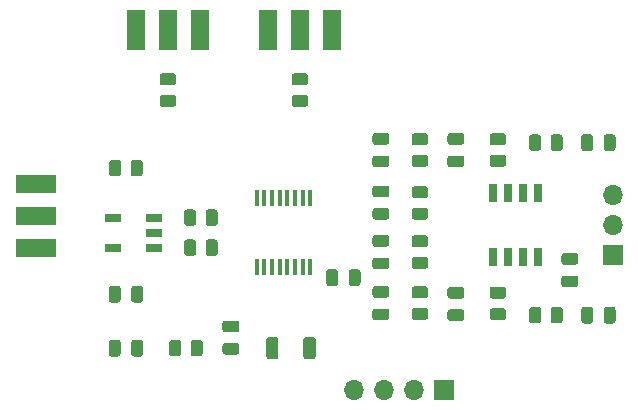
<source format=gbr>
%TF.GenerationSoftware,KiCad,Pcbnew,5.1.9-5.1.9*%
%TF.CreationDate,2021-02-06T15:34:09+03:00*%
%TF.ProjectId,qddc,71646463-2e6b-4696-9361-645f70636258,rev?*%
%TF.SameCoordinates,Original*%
%TF.FileFunction,Soldermask,Top*%
%TF.FilePolarity,Negative*%
%FSLAX46Y46*%
G04 Gerber Fmt 4.6, Leading zero omitted, Abs format (unit mm)*
G04 Created by KiCad (PCBNEW 5.1.9-5.1.9) date 2021-02-06 15:34:09*
%MOMM*%
%LPD*%
G01*
G04 APERTURE LIST*
%ADD10R,1.500000X3.500000*%
%ADD11R,3.500000X1.500000*%
%ADD12O,1.700000X1.700000*%
%ADD13R,1.700000X1.700000*%
%ADD14R,0.650000X1.528000*%
%ADD15R,0.450000X1.450000*%
%ADD16R,1.400000X0.760000*%
G04 APERTURE END LIST*
D10*
%TO.C,Cos*%
X123792000Y-88900000D03*
X129192000Y-88900000D03*
X126492000Y-88900000D03*
%TD*%
%TO.C,Sin*%
X112616000Y-88900000D03*
X118016000Y-88900000D03*
X115316000Y-88900000D03*
%TD*%
D11*
%TO.C,RF*%
X104140000Y-107348000D03*
X104140000Y-101948000D03*
X104140000Y-104648000D03*
%TD*%
D12*
%TO.C,Out*%
X153035000Y-102870000D03*
X153035000Y-105410000D03*
D13*
X153035000Y-107950000D03*
%TD*%
%TO.C,C5*%
G36*
G01*
X133825000Y-100510000D02*
X132875000Y-100510000D01*
G75*
G02*
X132625000Y-100260000I0J250000D01*
G01*
X132625000Y-99760000D01*
G75*
G02*
X132875000Y-99510000I250000J0D01*
G01*
X133825000Y-99510000D01*
G75*
G02*
X134075000Y-99760000I0J-250000D01*
G01*
X134075000Y-100260000D01*
G75*
G02*
X133825000Y-100510000I-250000J0D01*
G01*
G37*
G36*
G01*
X133825000Y-98610000D02*
X132875000Y-98610000D01*
G75*
G02*
X132625000Y-98360000I0J250000D01*
G01*
X132625000Y-97860000D01*
G75*
G02*
X132875000Y-97610000I250000J0D01*
G01*
X133825000Y-97610000D01*
G75*
G02*
X134075000Y-97860000I0J-250000D01*
G01*
X134075000Y-98360000D01*
G75*
G02*
X133825000Y-98610000I-250000J0D01*
G01*
G37*
%TD*%
D14*
%TO.C,IC2*%
X146685000Y-102699000D03*
X145415000Y-102699000D03*
X144145000Y-102699000D03*
X142875000Y-102699000D03*
X142875000Y-108121000D03*
X144145000Y-108121000D03*
X145415000Y-108121000D03*
X146685000Y-108121000D03*
%TD*%
%TO.C,C1*%
G36*
G01*
X113210000Y-110777000D02*
X113210000Y-111727000D01*
G75*
G02*
X112960000Y-111977000I-250000J0D01*
G01*
X112460000Y-111977000D01*
G75*
G02*
X112210000Y-111727000I0J250000D01*
G01*
X112210000Y-110777000D01*
G75*
G02*
X112460000Y-110527000I250000J0D01*
G01*
X112960000Y-110527000D01*
G75*
G02*
X113210000Y-110777000I0J-250000D01*
G01*
G37*
G36*
G01*
X111310000Y-110777000D02*
X111310000Y-111727000D01*
G75*
G02*
X111060000Y-111977000I-250000J0D01*
G01*
X110560000Y-111977000D01*
G75*
G02*
X110310000Y-111727000I0J250000D01*
G01*
X110310000Y-110777000D01*
G75*
G02*
X110560000Y-110527000I250000J0D01*
G01*
X111060000Y-110527000D01*
G75*
G02*
X111310000Y-110777000I0J-250000D01*
G01*
G37*
%TD*%
%TO.C,C2*%
G36*
G01*
X111310000Y-115349000D02*
X111310000Y-116299000D01*
G75*
G02*
X111060000Y-116549000I-250000J0D01*
G01*
X110560000Y-116549000D01*
G75*
G02*
X110310000Y-116299000I0J250000D01*
G01*
X110310000Y-115349000D01*
G75*
G02*
X110560000Y-115099000I250000J0D01*
G01*
X111060000Y-115099000D01*
G75*
G02*
X111310000Y-115349000I0J-250000D01*
G01*
G37*
G36*
G01*
X113210000Y-115349000D02*
X113210000Y-116299000D01*
G75*
G02*
X112960000Y-116549000I-250000J0D01*
G01*
X112460000Y-116549000D01*
G75*
G02*
X112210000Y-116299000I0J250000D01*
G01*
X112210000Y-115349000D01*
G75*
G02*
X112460000Y-115099000I250000J0D01*
G01*
X112960000Y-115099000D01*
G75*
G02*
X113210000Y-115349000I0J-250000D01*
G01*
G37*
%TD*%
%TO.C,C3*%
G36*
G01*
X121125000Y-114485000D02*
X120175000Y-114485000D01*
G75*
G02*
X119925000Y-114235000I0J250000D01*
G01*
X119925000Y-113735000D01*
G75*
G02*
X120175000Y-113485000I250000J0D01*
G01*
X121125000Y-113485000D01*
G75*
G02*
X121375000Y-113735000I0J-250000D01*
G01*
X121375000Y-114235000D01*
G75*
G02*
X121125000Y-114485000I-250000J0D01*
G01*
G37*
G36*
G01*
X121125000Y-116385000D02*
X120175000Y-116385000D01*
G75*
G02*
X119925000Y-116135000I0J250000D01*
G01*
X119925000Y-115635000D01*
G75*
G02*
X120175000Y-115385000I250000J0D01*
G01*
X121125000Y-115385000D01*
G75*
G02*
X121375000Y-115635000I0J-250000D01*
G01*
X121375000Y-116135000D01*
G75*
G02*
X121125000Y-116385000I-250000J0D01*
G01*
G37*
%TD*%
%TO.C,C4*%
G36*
G01*
X129725000Y-109380000D02*
X129725000Y-110330000D01*
G75*
G02*
X129475000Y-110580000I-250000J0D01*
G01*
X128975000Y-110580000D01*
G75*
G02*
X128725000Y-110330000I0J250000D01*
G01*
X128725000Y-109380000D01*
G75*
G02*
X128975000Y-109130000I250000J0D01*
G01*
X129475000Y-109130000D01*
G75*
G02*
X129725000Y-109380000I0J-250000D01*
G01*
G37*
G36*
G01*
X131625000Y-109380000D02*
X131625000Y-110330000D01*
G75*
G02*
X131375000Y-110580000I-250000J0D01*
G01*
X130875000Y-110580000D01*
G75*
G02*
X130625000Y-110330000I0J250000D01*
G01*
X130625000Y-109380000D01*
G75*
G02*
X130875000Y-109130000I250000J0D01*
G01*
X131375000Y-109130000D01*
G75*
G02*
X131625000Y-109380000I0J-250000D01*
G01*
G37*
%TD*%
%TO.C,C6*%
G36*
G01*
X133825000Y-113464000D02*
X132875000Y-113464000D01*
G75*
G02*
X132625000Y-113214000I0J250000D01*
G01*
X132625000Y-112714000D01*
G75*
G02*
X132875000Y-112464000I250000J0D01*
G01*
X133825000Y-112464000D01*
G75*
G02*
X134075000Y-112714000I0J-250000D01*
G01*
X134075000Y-113214000D01*
G75*
G02*
X133825000Y-113464000I-250000J0D01*
G01*
G37*
G36*
G01*
X133825000Y-111564000D02*
X132875000Y-111564000D01*
G75*
G02*
X132625000Y-111314000I0J250000D01*
G01*
X132625000Y-110814000D01*
G75*
G02*
X132875000Y-110564000I250000J0D01*
G01*
X133825000Y-110564000D01*
G75*
G02*
X134075000Y-110814000I0J-250000D01*
G01*
X134075000Y-111314000D01*
G75*
G02*
X133825000Y-111564000I-250000J0D01*
G01*
G37*
%TD*%
%TO.C,C7*%
G36*
G01*
X133825000Y-103055000D02*
X132875000Y-103055000D01*
G75*
G02*
X132625000Y-102805000I0J250000D01*
G01*
X132625000Y-102305000D01*
G75*
G02*
X132875000Y-102055000I250000J0D01*
G01*
X133825000Y-102055000D01*
G75*
G02*
X134075000Y-102305000I0J-250000D01*
G01*
X134075000Y-102805000D01*
G75*
G02*
X133825000Y-103055000I-250000J0D01*
G01*
G37*
G36*
G01*
X133825000Y-104955000D02*
X132875000Y-104955000D01*
G75*
G02*
X132625000Y-104705000I0J250000D01*
G01*
X132625000Y-104205000D01*
G75*
G02*
X132875000Y-103955000I250000J0D01*
G01*
X133825000Y-103955000D01*
G75*
G02*
X134075000Y-104205000I0J-250000D01*
G01*
X134075000Y-104705000D01*
G75*
G02*
X133825000Y-104955000I-250000J0D01*
G01*
G37*
%TD*%
%TO.C,C8*%
G36*
G01*
X133825000Y-109146000D02*
X132875000Y-109146000D01*
G75*
G02*
X132625000Y-108896000I0J250000D01*
G01*
X132625000Y-108396000D01*
G75*
G02*
X132875000Y-108146000I250000J0D01*
G01*
X133825000Y-108146000D01*
G75*
G02*
X134075000Y-108396000I0J-250000D01*
G01*
X134075000Y-108896000D01*
G75*
G02*
X133825000Y-109146000I-250000J0D01*
G01*
G37*
G36*
G01*
X133825000Y-107246000D02*
X132875000Y-107246000D01*
G75*
G02*
X132625000Y-106996000I0J250000D01*
G01*
X132625000Y-106496000D01*
G75*
G02*
X132875000Y-106246000I250000J0D01*
G01*
X133825000Y-106246000D01*
G75*
G02*
X134075000Y-106496000I0J-250000D01*
G01*
X134075000Y-106996000D01*
G75*
G02*
X133825000Y-107246000I-250000J0D01*
G01*
G37*
%TD*%
%TO.C,C9*%
G36*
G01*
X139225000Y-97610000D02*
X140175000Y-97610000D01*
G75*
G02*
X140425000Y-97860000I0J-250000D01*
G01*
X140425000Y-98360000D01*
G75*
G02*
X140175000Y-98610000I-250000J0D01*
G01*
X139225000Y-98610000D01*
G75*
G02*
X138975000Y-98360000I0J250000D01*
G01*
X138975000Y-97860000D01*
G75*
G02*
X139225000Y-97610000I250000J0D01*
G01*
G37*
G36*
G01*
X139225000Y-99510000D02*
X140175000Y-99510000D01*
G75*
G02*
X140425000Y-99760000I0J-250000D01*
G01*
X140425000Y-100260000D01*
G75*
G02*
X140175000Y-100510000I-250000J0D01*
G01*
X139225000Y-100510000D01*
G75*
G02*
X138975000Y-100260000I0J250000D01*
G01*
X138975000Y-99760000D01*
G75*
G02*
X139225000Y-99510000I250000J0D01*
G01*
G37*
%TD*%
%TO.C,C10*%
G36*
G01*
X139225000Y-112525000D02*
X140175000Y-112525000D01*
G75*
G02*
X140425000Y-112775000I0J-250000D01*
G01*
X140425000Y-113275000D01*
G75*
G02*
X140175000Y-113525000I-250000J0D01*
G01*
X139225000Y-113525000D01*
G75*
G02*
X138975000Y-113275000I0J250000D01*
G01*
X138975000Y-112775000D01*
G75*
G02*
X139225000Y-112525000I250000J0D01*
G01*
G37*
G36*
G01*
X139225000Y-110625000D02*
X140175000Y-110625000D01*
G75*
G02*
X140425000Y-110875000I0J-250000D01*
G01*
X140425000Y-111375000D01*
G75*
G02*
X140175000Y-111625000I-250000J0D01*
G01*
X139225000Y-111625000D01*
G75*
G02*
X138975000Y-111375000I0J250000D01*
G01*
X138975000Y-110875000D01*
G75*
G02*
X139225000Y-110625000I250000J0D01*
G01*
G37*
%TD*%
%TO.C,C11*%
G36*
G01*
X149827000Y-110670000D02*
X148877000Y-110670000D01*
G75*
G02*
X148627000Y-110420000I0J250000D01*
G01*
X148627000Y-109920000D01*
G75*
G02*
X148877000Y-109670000I250000J0D01*
G01*
X149827000Y-109670000D01*
G75*
G02*
X150077000Y-109920000I0J-250000D01*
G01*
X150077000Y-110420000D01*
G75*
G02*
X149827000Y-110670000I-250000J0D01*
G01*
G37*
G36*
G01*
X149827000Y-108770000D02*
X148877000Y-108770000D01*
G75*
G02*
X148627000Y-108520000I0J250000D01*
G01*
X148627000Y-108020000D01*
G75*
G02*
X148877000Y-107770000I250000J0D01*
G01*
X149827000Y-107770000D01*
G75*
G02*
X150077000Y-108020000I0J-250000D01*
G01*
X150077000Y-108520000D01*
G75*
G02*
X149827000Y-108770000I-250000J0D01*
G01*
G37*
%TD*%
%TO.C,C12*%
G36*
G01*
X151315000Y-97950000D02*
X151315000Y-98900000D01*
G75*
G02*
X151065000Y-99150000I-250000J0D01*
G01*
X150565000Y-99150000D01*
G75*
G02*
X150315000Y-98900000I0J250000D01*
G01*
X150315000Y-97950000D01*
G75*
G02*
X150565000Y-97700000I250000J0D01*
G01*
X151065000Y-97700000D01*
G75*
G02*
X151315000Y-97950000I0J-250000D01*
G01*
G37*
G36*
G01*
X153215000Y-97950000D02*
X153215000Y-98900000D01*
G75*
G02*
X152965000Y-99150000I-250000J0D01*
G01*
X152465000Y-99150000D01*
G75*
G02*
X152215000Y-98900000I0J250000D01*
G01*
X152215000Y-97950000D01*
G75*
G02*
X152465000Y-97700000I250000J0D01*
G01*
X152965000Y-97700000D01*
G75*
G02*
X153215000Y-97950000I0J-250000D01*
G01*
G37*
%TD*%
%TO.C,C13*%
G36*
G01*
X153215000Y-112555000D02*
X153215000Y-113505000D01*
G75*
G02*
X152965000Y-113755000I-250000J0D01*
G01*
X152465000Y-113755000D01*
G75*
G02*
X152215000Y-113505000I0J250000D01*
G01*
X152215000Y-112555000D01*
G75*
G02*
X152465000Y-112305000I250000J0D01*
G01*
X152965000Y-112305000D01*
G75*
G02*
X153215000Y-112555000I0J-250000D01*
G01*
G37*
G36*
G01*
X151315000Y-112555000D02*
X151315000Y-113505000D01*
G75*
G02*
X151065000Y-113755000I-250000J0D01*
G01*
X150565000Y-113755000D01*
G75*
G02*
X150315000Y-113505000I0J250000D01*
G01*
X150315000Y-112555000D01*
G75*
G02*
X150565000Y-112305000I250000J0D01*
G01*
X151065000Y-112305000D01*
G75*
G02*
X151315000Y-112555000I0J-250000D01*
G01*
G37*
%TD*%
D15*
%TO.C,IC1*%
X127370000Y-103120000D03*
X126720000Y-103120000D03*
X126070000Y-103120000D03*
X125420000Y-103120000D03*
X124770000Y-103120000D03*
X124120000Y-103120000D03*
X123470000Y-103120000D03*
X122820000Y-103120000D03*
X122820000Y-108970000D03*
X123470000Y-108970000D03*
X124120000Y-108970000D03*
X124770000Y-108970000D03*
X125420000Y-108970000D03*
X126070000Y-108970000D03*
X126720000Y-108970000D03*
X127370000Y-108970000D03*
%TD*%
D13*
%TO.C,PWR*%
X138684000Y-119380000D03*
D12*
X136144000Y-119380000D03*
X133604000Y-119380000D03*
X131064000Y-119380000D03*
%TD*%
%TO.C,L1*%
G36*
G01*
X123630000Y-116524001D02*
X123630000Y-115123999D01*
G75*
G02*
X123879999Y-114874000I249999J0D01*
G01*
X124430001Y-114874000D01*
G75*
G02*
X124680000Y-115123999I0J-249999D01*
G01*
X124680000Y-116524001D01*
G75*
G02*
X124430001Y-116774000I-249999J0D01*
G01*
X123879999Y-116774000D01*
G75*
G02*
X123630000Y-116524001I0J249999D01*
G01*
G37*
G36*
G01*
X126780000Y-116524001D02*
X126780000Y-115123999D01*
G75*
G02*
X127029999Y-114874000I249999J0D01*
G01*
X127580001Y-114874000D01*
G75*
G02*
X127830000Y-115123999I0J-249999D01*
G01*
X127830000Y-116524001D01*
G75*
G02*
X127580001Y-116774000I-249999J0D01*
G01*
X127029999Y-116774000D01*
G75*
G02*
X126780000Y-116524001I0J249999D01*
G01*
G37*
%TD*%
%TO.C,R1*%
G36*
G01*
X126942002Y-93580000D02*
X126041998Y-93580000D01*
G75*
G02*
X125792000Y-93330002I0J249998D01*
G01*
X125792000Y-92804998D01*
G75*
G02*
X126041998Y-92555000I249998J0D01*
G01*
X126942002Y-92555000D01*
G75*
G02*
X127192000Y-92804998I0J-249998D01*
G01*
X127192000Y-93330002D01*
G75*
G02*
X126942002Y-93580000I-249998J0D01*
G01*
G37*
G36*
G01*
X126942002Y-95405000D02*
X126041998Y-95405000D01*
G75*
G02*
X125792000Y-95155002I0J249998D01*
G01*
X125792000Y-94629998D01*
G75*
G02*
X126041998Y-94380000I249998J0D01*
G01*
X126942002Y-94380000D01*
G75*
G02*
X127192000Y-94629998I0J-249998D01*
G01*
X127192000Y-95155002D01*
G75*
G02*
X126942002Y-95405000I-249998J0D01*
G01*
G37*
%TD*%
%TO.C,R2*%
G36*
G01*
X115766002Y-95405000D02*
X114865998Y-95405000D01*
G75*
G02*
X114616000Y-95155002I0J249998D01*
G01*
X114616000Y-94629998D01*
G75*
G02*
X114865998Y-94380000I249998J0D01*
G01*
X115766002Y-94380000D01*
G75*
G02*
X116016000Y-94629998I0J-249998D01*
G01*
X116016000Y-95155002D01*
G75*
G02*
X115766002Y-95405000I-249998J0D01*
G01*
G37*
G36*
G01*
X115766002Y-93580000D02*
X114865998Y-93580000D01*
G75*
G02*
X114616000Y-93330002I0J249998D01*
G01*
X114616000Y-92804998D01*
G75*
G02*
X114865998Y-92555000I249998J0D01*
G01*
X115766002Y-92555000D01*
G75*
G02*
X116016000Y-92804998I0J-249998D01*
G01*
X116016000Y-93330002D01*
G75*
G02*
X115766002Y-93580000I-249998J0D01*
G01*
G37*
%TD*%
%TO.C,R3*%
G36*
G01*
X119535000Y-104324998D02*
X119535000Y-105225002D01*
G75*
G02*
X119285002Y-105475000I-249998J0D01*
G01*
X118759998Y-105475000D01*
G75*
G02*
X118510000Y-105225002I0J249998D01*
G01*
X118510000Y-104324998D01*
G75*
G02*
X118759998Y-104075000I249998J0D01*
G01*
X119285002Y-104075000D01*
G75*
G02*
X119535000Y-104324998I0J-249998D01*
G01*
G37*
G36*
G01*
X117710000Y-104324998D02*
X117710000Y-105225002D01*
G75*
G02*
X117460002Y-105475000I-249998J0D01*
G01*
X116934998Y-105475000D01*
G75*
G02*
X116685000Y-105225002I0J249998D01*
G01*
X116685000Y-104324998D01*
G75*
G02*
X116934998Y-104075000I249998J0D01*
G01*
X117460002Y-104075000D01*
G75*
G02*
X117710000Y-104324998I0J-249998D01*
G01*
G37*
%TD*%
%TO.C,R4*%
G36*
G01*
X117710000Y-106864998D02*
X117710000Y-107765002D01*
G75*
G02*
X117460002Y-108015000I-249998J0D01*
G01*
X116934998Y-108015000D01*
G75*
G02*
X116685000Y-107765002I0J249998D01*
G01*
X116685000Y-106864998D01*
G75*
G02*
X116934998Y-106615000I249998J0D01*
G01*
X117460002Y-106615000D01*
G75*
G02*
X117710000Y-106864998I0J-249998D01*
G01*
G37*
G36*
G01*
X119535000Y-106864998D02*
X119535000Y-107765002D01*
G75*
G02*
X119285002Y-108015000I-249998J0D01*
G01*
X118759998Y-108015000D01*
G75*
G02*
X118510000Y-107765002I0J249998D01*
G01*
X118510000Y-106864998D01*
G75*
G02*
X118759998Y-106615000I249998J0D01*
G01*
X119285002Y-106615000D01*
G75*
G02*
X119535000Y-106864998I0J-249998D01*
G01*
G37*
%TD*%
%TO.C,R5*%
G36*
G01*
X116440000Y-115373998D02*
X116440000Y-116274002D01*
G75*
G02*
X116190002Y-116524000I-249998J0D01*
G01*
X115664998Y-116524000D01*
G75*
G02*
X115415000Y-116274002I0J249998D01*
G01*
X115415000Y-115373998D01*
G75*
G02*
X115664998Y-115124000I249998J0D01*
G01*
X116190002Y-115124000D01*
G75*
G02*
X116440000Y-115373998I0J-249998D01*
G01*
G37*
G36*
G01*
X118265000Y-115373998D02*
X118265000Y-116274002D01*
G75*
G02*
X118015002Y-116524000I-249998J0D01*
G01*
X117489998Y-116524000D01*
G75*
G02*
X117240000Y-116274002I0J249998D01*
G01*
X117240000Y-115373998D01*
G75*
G02*
X117489998Y-115124000I249998J0D01*
G01*
X118015002Y-115124000D01*
G75*
G02*
X118265000Y-115373998I0J-249998D01*
G01*
G37*
%TD*%
%TO.C,R6*%
G36*
G01*
X113185000Y-100133998D02*
X113185000Y-101034002D01*
G75*
G02*
X112935002Y-101284000I-249998J0D01*
G01*
X112409998Y-101284000D01*
G75*
G02*
X112160000Y-101034002I0J249998D01*
G01*
X112160000Y-100133998D01*
G75*
G02*
X112409998Y-99884000I249998J0D01*
G01*
X112935002Y-99884000D01*
G75*
G02*
X113185000Y-100133998I0J-249998D01*
G01*
G37*
G36*
G01*
X111360000Y-100133998D02*
X111360000Y-101034002D01*
G75*
G02*
X111110002Y-101284000I-249998J0D01*
G01*
X110584998Y-101284000D01*
G75*
G02*
X110335000Y-101034002I0J249998D01*
G01*
X110335000Y-100133998D01*
G75*
G02*
X110584998Y-99884000I249998J0D01*
G01*
X111110002Y-99884000D01*
G75*
G02*
X111360000Y-100133998I0J-249998D01*
G01*
G37*
%TD*%
%TO.C,R7*%
G36*
G01*
X137102002Y-104953500D02*
X136201998Y-104953500D01*
G75*
G02*
X135952000Y-104703502I0J249998D01*
G01*
X135952000Y-104178498D01*
G75*
G02*
X136201998Y-103928500I249998J0D01*
G01*
X137102002Y-103928500D01*
G75*
G02*
X137352000Y-104178498I0J-249998D01*
G01*
X137352000Y-104703502D01*
G75*
G02*
X137102002Y-104953500I-249998J0D01*
G01*
G37*
G36*
G01*
X137102002Y-103128500D02*
X136201998Y-103128500D01*
G75*
G02*
X135952000Y-102878502I0J249998D01*
G01*
X135952000Y-102353498D01*
G75*
G02*
X136201998Y-102103500I249998J0D01*
G01*
X137102002Y-102103500D01*
G75*
G02*
X137352000Y-102353498I0J-249998D01*
G01*
X137352000Y-102878502D01*
G75*
G02*
X137102002Y-103128500I-249998J0D01*
G01*
G37*
%TD*%
%TO.C,R8*%
G36*
G01*
X137102002Y-98660000D02*
X136201998Y-98660000D01*
G75*
G02*
X135952000Y-98410002I0J249998D01*
G01*
X135952000Y-97884998D01*
G75*
G02*
X136201998Y-97635000I249998J0D01*
G01*
X137102002Y-97635000D01*
G75*
G02*
X137352000Y-97884998I0J-249998D01*
G01*
X137352000Y-98410002D01*
G75*
G02*
X137102002Y-98660000I-249998J0D01*
G01*
G37*
G36*
G01*
X137102002Y-100485000D02*
X136201998Y-100485000D01*
G75*
G02*
X135952000Y-100235002I0J249998D01*
G01*
X135952000Y-99709998D01*
G75*
G02*
X136201998Y-99460000I249998J0D01*
G01*
X137102002Y-99460000D01*
G75*
G02*
X137352000Y-99709998I0J-249998D01*
G01*
X137352000Y-100235002D01*
G75*
G02*
X137102002Y-100485000I-249998J0D01*
G01*
G37*
%TD*%
%TO.C,R9*%
G36*
G01*
X136201998Y-106271000D02*
X137102002Y-106271000D01*
G75*
G02*
X137352000Y-106520998I0J-249998D01*
G01*
X137352000Y-107046002D01*
G75*
G02*
X137102002Y-107296000I-249998J0D01*
G01*
X136201998Y-107296000D01*
G75*
G02*
X135952000Y-107046002I0J249998D01*
G01*
X135952000Y-106520998D01*
G75*
G02*
X136201998Y-106271000I249998J0D01*
G01*
G37*
G36*
G01*
X136201998Y-108096000D02*
X137102002Y-108096000D01*
G75*
G02*
X137352000Y-108345998I0J-249998D01*
G01*
X137352000Y-108871002D01*
G75*
G02*
X137102002Y-109121000I-249998J0D01*
G01*
X136201998Y-109121000D01*
G75*
G02*
X135952000Y-108871002I0J249998D01*
G01*
X135952000Y-108345998D01*
G75*
G02*
X136201998Y-108096000I249998J0D01*
G01*
G37*
%TD*%
%TO.C,R10*%
G36*
G01*
X136201998Y-112414000D02*
X137102002Y-112414000D01*
G75*
G02*
X137352000Y-112663998I0J-249998D01*
G01*
X137352000Y-113189002D01*
G75*
G02*
X137102002Y-113439000I-249998J0D01*
G01*
X136201998Y-113439000D01*
G75*
G02*
X135952000Y-113189002I0J249998D01*
G01*
X135952000Y-112663998D01*
G75*
G02*
X136201998Y-112414000I249998J0D01*
G01*
G37*
G36*
G01*
X136201998Y-110589000D02*
X137102002Y-110589000D01*
G75*
G02*
X137352000Y-110838998I0J-249998D01*
G01*
X137352000Y-111364002D01*
G75*
G02*
X137102002Y-111614000I-249998J0D01*
G01*
X136201998Y-111614000D01*
G75*
G02*
X135952000Y-111364002I0J249998D01*
G01*
X135952000Y-110838998D01*
G75*
G02*
X136201998Y-110589000I249998J0D01*
G01*
G37*
%TD*%
%TO.C,R11*%
G36*
G01*
X142805998Y-99460000D02*
X143706002Y-99460000D01*
G75*
G02*
X143956000Y-99709998I0J-249998D01*
G01*
X143956000Y-100235002D01*
G75*
G02*
X143706002Y-100485000I-249998J0D01*
G01*
X142805998Y-100485000D01*
G75*
G02*
X142556000Y-100235002I0J249998D01*
G01*
X142556000Y-99709998D01*
G75*
G02*
X142805998Y-99460000I249998J0D01*
G01*
G37*
G36*
G01*
X142805998Y-97635000D02*
X143706002Y-97635000D01*
G75*
G02*
X143956000Y-97884998I0J-249998D01*
G01*
X143956000Y-98410002D01*
G75*
G02*
X143706002Y-98660000I-249998J0D01*
G01*
X142805998Y-98660000D01*
G75*
G02*
X142556000Y-98410002I0J249998D01*
G01*
X142556000Y-97884998D01*
G75*
G02*
X142805998Y-97635000I249998J0D01*
G01*
G37*
%TD*%
%TO.C,R12*%
G36*
G01*
X145895000Y-98875002D02*
X145895000Y-97974998D01*
G75*
G02*
X146144998Y-97725000I249998J0D01*
G01*
X146670002Y-97725000D01*
G75*
G02*
X146920000Y-97974998I0J-249998D01*
G01*
X146920000Y-98875002D01*
G75*
G02*
X146670002Y-99125000I-249998J0D01*
G01*
X146144998Y-99125000D01*
G75*
G02*
X145895000Y-98875002I0J249998D01*
G01*
G37*
G36*
G01*
X147720000Y-98875002D02*
X147720000Y-97974998D01*
G75*
G02*
X147969998Y-97725000I249998J0D01*
G01*
X148495002Y-97725000D01*
G75*
G02*
X148745000Y-97974998I0J-249998D01*
G01*
X148745000Y-98875002D01*
G75*
G02*
X148495002Y-99125000I-249998J0D01*
G01*
X147969998Y-99125000D01*
G75*
G02*
X147720000Y-98875002I0J249998D01*
G01*
G37*
%TD*%
%TO.C,R13*%
G36*
G01*
X146920000Y-112579998D02*
X146920000Y-113480002D01*
G75*
G02*
X146670002Y-113730000I-249998J0D01*
G01*
X146144998Y-113730000D01*
G75*
G02*
X145895000Y-113480002I0J249998D01*
G01*
X145895000Y-112579998D01*
G75*
G02*
X146144998Y-112330000I249998J0D01*
G01*
X146670002Y-112330000D01*
G75*
G02*
X146920000Y-112579998I0J-249998D01*
G01*
G37*
G36*
G01*
X148745000Y-112579998D02*
X148745000Y-113480002D01*
G75*
G02*
X148495002Y-113730000I-249998J0D01*
G01*
X147969998Y-113730000D01*
G75*
G02*
X147720000Y-113480002I0J249998D01*
G01*
X147720000Y-112579998D01*
G75*
G02*
X147969998Y-112330000I249998J0D01*
G01*
X148495002Y-112330000D01*
G75*
G02*
X148745000Y-112579998I0J-249998D01*
G01*
G37*
%TD*%
%TO.C,R14*%
G36*
G01*
X143706002Y-113462500D02*
X142805998Y-113462500D01*
G75*
G02*
X142556000Y-113212502I0J249998D01*
G01*
X142556000Y-112687498D01*
G75*
G02*
X142805998Y-112437500I249998J0D01*
G01*
X143706002Y-112437500D01*
G75*
G02*
X143956000Y-112687498I0J-249998D01*
G01*
X143956000Y-113212502D01*
G75*
G02*
X143706002Y-113462500I-249998J0D01*
G01*
G37*
G36*
G01*
X143706002Y-111637500D02*
X142805998Y-111637500D01*
G75*
G02*
X142556000Y-111387502I0J249998D01*
G01*
X142556000Y-110862498D01*
G75*
G02*
X142805998Y-110612500I249998J0D01*
G01*
X143706002Y-110612500D01*
G75*
G02*
X143956000Y-110862498I0J-249998D01*
G01*
X143956000Y-111387502D01*
G75*
G02*
X143706002Y-111637500I-249998J0D01*
G01*
G37*
%TD*%
D16*
%TO.C,T1*%
X114110000Y-104775000D03*
X114110000Y-106045000D03*
X114110000Y-107315000D03*
X110680000Y-107315000D03*
X110680000Y-104775000D03*
%TD*%
M02*

</source>
